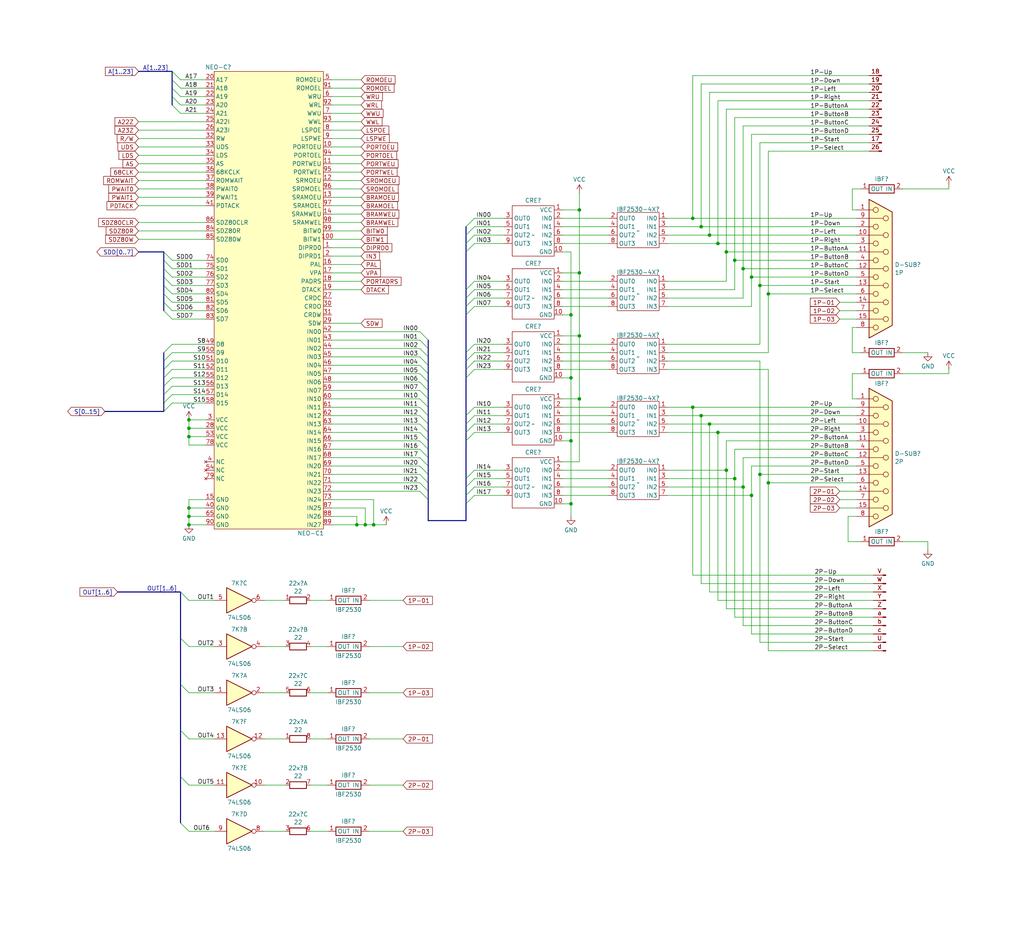
<source format=kicad_sch>
(kicad_sch (version 20230121) (generator eeschema)
  (paper "User" 309.778 280.365)
  (title_block (title "Players Inputs & Outputs (JAMMA & BD15)") (date "2023-09-26") (company "SNK") (comment 3 "Converted by Frater ") (comment 4 "NEO-GEO MVS MV1F") (comment 9 "https://github.com/Neo-Geo-Hardwares/Schematics-MV1F"))
  (junction (at 214.63 128.27))
  (junction (at 57.15 127))
  (junction (at 110.49 158.75))
  (junction (at 229.87 86.36))
  (junction (at 224.79 81.28))
  (junction (at 57.15 132.08))
  (junction (at 57.15 129.54))
  (junction (at 222.25 78.74))
  (junction (at 172.72 95.25))
  (junction (at 227.33 83.82))
  (junction (at 219.71 142.24))
  (junction (at 172.72 133.35))
  (junction (at 212.09 68.58))
  (junction (at 57.15 153.67))
  (junction (at 217.17 130.81))
  (junction (at 219.71 76.2))
  (junction (at 214.63 71.12))
  (junction (at 232.41 88.9))
  (junction (at 57.15 156.21))
  (junction (at 224.79 147.32))
  (junction (at 212.09 125.73))
  (junction (at 227.33 149.86))
  (junction (at 175.26 101.6))
  (junction (at 175.26 63.5))
  (junction (at 175.26 120.65))
  (junction (at 209.55 66.04))
  (junction (at 172.72 152.4))
  (junction (at 217.17 73.66))
  (junction (at 57.15 158.75))
  (junction (at 113.03 158.75))
  (junction (at 172.72 114.3))
  (junction (at 209.55 123.19))
  (junction (at 232.41 146.05))
  (junction (at 229.87 143.51))
  (junction (at 175.26 82.55))
  (junction (at 222.25 144.78))
  (junction (at 107.95 158.75))
  (bus_entry (at 129.54 107.95) (size -2.54 -2.54))
  (bus_entry (at 129.54 148.59) (size -2.54 -2.54))
  (bus_entry (at 140.97 76.2) (size 2.54 -2.54))
  (bus_entry (at 49.53 106.68) (size 2.54 -2.54))
  (bus_entry (at 54.61 179.07) (size 2.54 2.54))
  (bus_entry (at 140.97 68.58) (size 2.54 -2.54))
  (bus_entry (at 49.53 76.2) (size 2.54 2.54))
  (bus_entry (at 49.53 114.3) (size 2.54 -2.54))
  (bus_entry (at 140.97 87.63) (size 2.54 -2.54))
  (bus_entry (at 49.53 109.22) (size 2.54 -2.54))
  (bus_entry (at 52.07 31.75) (size 2.54 2.54))
  (bus_entry (at 49.53 88.9) (size 2.54 2.54))
  (bus_entry (at 129.54 130.81) (size -2.54 -2.54))
  (bus_entry (at 129.54 110.49) (size -2.54 -2.54))
  (bus_entry (at 140.97 73.66) (size 2.54 -2.54))
  (bus_entry (at 129.54 146.05) (size -2.54 -2.54))
  (bus_entry (at 52.07 24.13) (size 2.54 2.54))
  (bus_entry (at 52.07 26.67) (size 2.54 2.54))
  (bus_entry (at 140.97 106.68) (size 2.54 -2.54))
  (bus_entry (at 49.53 124.46) (size 2.54 -2.54))
  (bus_entry (at 140.97 130.81) (size 2.54 -2.54))
  (bus_entry (at 129.54 123.19) (size -2.54 -2.54))
  (bus_entry (at 52.07 21.59) (size 2.54 2.54))
  (bus_entry (at 129.54 133.35) (size -2.54 -2.54))
  (bus_entry (at 49.53 116.84) (size 2.54 -2.54))
  (bus_entry (at 129.54 125.73) (size -2.54 -2.54))
  (bus_entry (at 140.97 147.32) (size 2.54 -2.54))
  (bus_entry (at 52.07 29.21) (size 2.54 2.54))
  (bus_entry (at 140.97 114.3) (size 2.54 -2.54))
  (bus_entry (at 129.54 102.87) (size -2.54 -2.54))
  (bus_entry (at 129.54 151.13) (size -2.54 -2.54))
  (bus_entry (at 140.97 111.76) (size 2.54 -2.54))
  (bus_entry (at 140.97 144.78) (size 2.54 -2.54))
  (bus_entry (at 49.53 91.44) (size 2.54 2.54))
  (bus_entry (at 129.54 118.11) (size -2.54 -2.54))
  (bus_entry (at 140.97 152.4) (size 2.54 -2.54))
  (bus_entry (at 140.97 71.12) (size 2.54 -2.54))
  (bus_entry (at 54.61 248.92) (size 2.54 2.54))
  (bus_entry (at 129.54 143.51) (size -2.54 -2.54))
  (bus_entry (at 54.61 234.95) (size 2.54 2.54))
  (bus_entry (at 129.54 113.03) (size -2.54 -2.54))
  (bus_entry (at 129.54 140.97) (size -2.54 -2.54))
  (bus_entry (at 140.97 149.86) (size 2.54 -2.54))
  (bus_entry (at 129.54 135.89) (size -2.54 -2.54))
  (bus_entry (at 49.53 111.76) (size 2.54 -2.54))
  (bus_entry (at 129.54 105.41) (size -2.54 -2.54))
  (bus_entry (at 49.53 83.82) (size 2.54 2.54))
  (bus_entry (at 129.54 138.43) (size -2.54 -2.54))
  (bus_entry (at 54.61 220.98) (size 2.54 2.54))
  (bus_entry (at 129.54 115.57) (size -2.54 -2.54))
  (bus_entry (at 49.53 119.38) (size 2.54 -2.54))
  (bus_entry (at 129.54 128.27) (size -2.54 -2.54))
  (bus_entry (at 140.97 95.25) (size 2.54 -2.54))
  (bus_entry (at 49.53 86.36) (size 2.54 2.54))
  (bus_entry (at 49.53 81.28) (size 2.54 2.54))
  (bus_entry (at 140.97 128.27) (size 2.54 -2.54))
  (bus_entry (at 140.97 92.71) (size 2.54 -2.54))
  (bus_entry (at 129.54 120.65) (size -2.54 -2.54))
  (bus_entry (at 54.61 207.01) (size 2.54 2.54))
  (bus_entry (at 54.61 193.04) (size 2.54 2.54))
  (bus_entry (at 140.97 109.22) (size 2.54 -2.54))
  (bus_entry (at 140.97 125.73) (size 2.54 -2.54))
  (bus_entry (at 49.53 121.92) (size 2.54 -2.54))
  (bus_entry (at 49.53 78.74) (size 2.54 2.54))
  (bus_entry (at 49.53 93.98) (size 2.54 2.54))
  (bus_entry (at 140.97 133.35) (size 2.54 -2.54))
  (bus_entry (at 140.97 90.17) (size 2.54 -2.54))
  (bus (pts (xy 140.97 95.25) (xy 140.97 106.68)))
  (wire (pts (xy 232.41 106.68) (xy 201.93 106.68)))
  (bus (pts (xy 129.54 148.59) (xy 129.54 151.13)))
  (wire (pts (xy 212.09 125.73) (xy 212.09 176.53)))
  (wire (pts (xy 172.72 76.2) (xy 170.18 76.2)))
  (wire (pts (xy 100.33 62.23) (xy 109.22 62.23)))
  (wire (pts (xy 100.33 87.63) (xy 109.22 87.63)))
  (wire (pts (xy 100.33 100.33) (xy 127 100.33)))
  (bus (pts (xy 129.54 135.89) (xy 129.54 138.43)))
  (wire (pts (xy 93.98 209.55) (xy 99.06 209.55)))
  (bus (pts (xy 140.97 149.86) (xy 140.97 152.4)))
  (wire (pts (xy 209.55 123.19) (xy 259.08 123.19)))
  (bus (pts (xy 140.97 76.2) (xy 140.97 87.63)))
  (wire (pts (xy 260.35 113.03) (xy 257.81 113.03)))
  (wire (pts (xy 100.33 34.29) (xy 109.22 34.29)))
  (wire (pts (xy 209.55 66.04) (xy 201.93 66.04)))
  (wire (pts (xy 57.15 129.54) (xy 57.15 127)))
  (wire (pts (xy 170.18 149.86) (xy 184.15 149.86)))
  (bus (pts (xy 52.07 21.59) (xy 52.07 24.13)))
  (wire (pts (xy 57.15 209.55) (xy 64.77 209.55)))
  (wire (pts (xy 100.33 67.31) (xy 109.22 67.31)))
  (wire (pts (xy 262.89 27.94) (xy 214.63 27.94)))
  (wire (pts (xy 175.26 58.42) (xy 175.26 63.5)))
  (wire (pts (xy 52.07 109.22) (xy 62.23 109.22)))
  (wire (pts (xy 62.23 153.67) (xy 57.15 153.67)))
  (wire (pts (xy 170.18 92.71) (xy 184.15 92.71)))
  (wire (pts (xy 264.16 184.15) (xy 219.71 184.15)))
  (wire (pts (xy 256.54 163.83) (xy 260.35 163.83)))
  (wire (pts (xy 287.02 57.15) (xy 273.05 57.15)))
  (wire (pts (xy 111.76 237.49) (xy 121.92 237.49)))
  (wire (pts (xy 57.15 237.49) (xy 64.77 237.49)))
  (wire (pts (xy 175.26 139.7) (xy 170.18 139.7)))
  (bus (pts (xy 52.07 24.13) (xy 52.07 26.67)))
  (wire (pts (xy 52.07 78.74) (xy 62.23 78.74)))
  (wire (pts (xy 62.23 134.62) (xy 57.15 134.62)))
  (wire (pts (xy 175.26 63.5) (xy 175.26 82.55)))
  (wire (pts (xy 217.17 181.61) (xy 217.17 130.81)))
  (wire (pts (xy 257.81 113.03) (xy 257.81 120.65)))
  (wire (pts (xy 107.95 158.75) (xy 110.49 158.75)))
  (bus (pts (xy 140.97 71.12) (xy 140.97 73.66)))
  (wire (pts (xy 100.33 57.15) (xy 109.22 57.15)))
  (wire (pts (xy 80.01 251.46) (xy 86.36 251.46)))
  (wire (pts (xy 93.98 195.58) (xy 99.06 195.58)))
  (wire (pts (xy 100.33 69.85) (xy 109.22 69.85)))
  (bus (pts (xy 54.61 220.98) (xy 54.61 234.95)))
  (bus (pts (xy 140.97 152.4) (xy 140.97 157.48)))
  (wire (pts (xy 107.95 156.21) (xy 107.95 158.75)))
  (wire (pts (xy 222.25 78.74) (xy 222.25 87.63)))
  (wire (pts (xy 259.08 135.89) (xy 222.25 135.89)))
  (wire (pts (xy 170.18 73.66) (xy 184.15 73.66)))
  (wire (pts (xy 201.93 71.12) (xy 214.63 71.12)))
  (wire (pts (xy 57.15 251.46) (xy 64.77 251.46)))
  (wire (pts (xy 209.55 22.86) (xy 209.55 66.04)))
  (wire (pts (xy 111.76 195.58) (xy 121.92 195.58)))
  (wire (pts (xy 222.25 186.69) (xy 222.25 144.78)))
  (bus (pts (xy 129.54 140.97) (xy 129.54 143.51)))
  (wire (pts (xy 232.41 45.72) (xy 232.41 88.9)))
  (wire (pts (xy 219.71 33.02) (xy 219.71 76.2)))
  (wire (pts (xy 175.26 82.55) (xy 175.26 101.6)))
  (wire (pts (xy 170.18 109.22) (xy 184.15 109.22)))
  (wire (pts (xy 113.03 158.75) (xy 116.84 158.75)))
  (wire (pts (xy 212.09 176.53) (xy 264.16 176.53)))
  (wire (pts (xy 143.51 68.58) (xy 152.4 68.58)))
  (wire (pts (xy 201.93 125.73) (xy 212.09 125.73)))
  (wire (pts (xy 62.23 132.08) (xy 57.15 132.08)))
  (wire (pts (xy 257.81 120.65) (xy 259.08 120.65)))
  (bus (pts (xy 49.53 76.2) (xy 49.53 78.74)))
  (wire (pts (xy 80.01 223.52) (xy 86.36 223.52)))
  (wire (pts (xy 224.79 147.32) (xy 224.79 189.23)))
  (bus (pts (xy 54.61 234.95) (xy 54.61 248.92)))
  (wire (pts (xy 62.23 151.13) (xy 57.15 151.13)))
  (wire (pts (xy 172.72 95.25) (xy 172.72 76.2)))
  (wire (pts (xy 41.91 46.99) (xy 62.23 46.99)))
  (wire (pts (xy 260.35 106.68) (xy 257.81 106.68)))
  (wire (pts (xy 52.07 96.52) (xy 62.23 96.52)))
  (bus (pts (xy 140.97 114.3) (xy 140.97 125.73)))
  (wire (pts (xy 41.91 59.69) (xy 62.23 59.69)))
  (wire (pts (xy 100.33 105.41) (xy 127 105.41)))
  (wire (pts (xy 224.79 81.28) (xy 224.79 90.17)))
  (wire (pts (xy 143.51 149.86) (xy 152.4 149.86)))
  (wire (pts (xy 262.89 35.56) (xy 222.25 35.56)))
  (wire (pts (xy 111.76 181.61) (xy 121.92 181.61)))
  (wire (pts (xy 170.18 128.27) (xy 184.15 128.27)))
  (wire (pts (xy 41.91 67.31) (xy 62.23 67.31)))
  (bus (pts (xy 140.97 147.32) (xy 140.97 149.86)))
  (wire (pts (xy 52.07 88.9) (xy 62.23 88.9)))
  (wire (pts (xy 222.25 35.56) (xy 222.25 78.74)))
  (wire (pts (xy 256.54 156.21) (xy 256.54 163.83)))
  (wire (pts (xy 172.72 133.35) (xy 170.18 133.35)))
  (wire (pts (xy 175.26 82.55) (xy 170.18 82.55)))
  (wire (pts (xy 172.72 156.21) (xy 172.72 152.4)))
  (wire (pts (xy 54.61 29.21) (xy 62.23 29.21)))
  (wire (pts (xy 57.15 195.58) (xy 64.77 195.58)))
  (wire (pts (xy 257.81 57.15) (xy 257.81 63.5)))
  (bus (pts (xy 49.53 91.44) (xy 49.53 93.98)))
  (bus (pts (xy 35.56 179.07) (xy 54.61 179.07)))
  (wire (pts (xy 259.08 83.82) (xy 227.33 83.82)))
  (wire (pts (xy 262.89 43.18) (xy 229.87 43.18)))
  (wire (pts (xy 259.08 88.9) (xy 232.41 88.9)))
  (wire (pts (xy 262.89 30.48) (xy 217.17 30.48)))
  (wire (pts (xy 52.07 86.36) (xy 62.23 86.36)))
  (wire (pts (xy 52.07 91.44) (xy 62.23 91.44)))
  (wire (pts (xy 100.33 52.07) (xy 109.22 52.07)))
  (wire (pts (xy 219.71 142.24) (xy 201.93 142.24)))
  (wire (pts (xy 254 91.44) (xy 259.08 91.44)))
  (bus (pts (xy 52.07 29.21) (xy 52.07 31.75)))
  (wire (pts (xy 224.79 138.43) (xy 224.79 147.32)))
  (wire (pts (xy 41.91 57.15) (xy 62.23 57.15)))
  (wire (pts (xy 143.51 147.32) (xy 152.4 147.32)))
  (wire (pts (xy 110.49 153.67) (xy 110.49 158.75)))
  (wire (pts (xy 262.89 22.86) (xy 209.55 22.86)))
  (wire (pts (xy 222.25 87.63) (xy 201.93 87.63)))
  (bus (pts (xy 49.53 78.74) (xy 49.53 81.28)))
  (wire (pts (xy 229.87 194.31) (xy 229.87 143.51)))
  (wire (pts (xy 41.91 39.37) (xy 62.23 39.37)))
  (wire (pts (xy 222.25 144.78) (xy 201.93 144.78)))
  (wire (pts (xy 143.51 66.04) (xy 152.4 66.04)))
  (wire (pts (xy 57.15 151.13) (xy 57.15 153.67)))
  (wire (pts (xy 41.91 72.39) (xy 62.23 72.39)))
  (wire (pts (xy 54.61 24.13) (xy 62.23 24.13)))
  (bus (pts (xy 129.54 138.43) (xy 129.54 140.97)))
  (wire (pts (xy 143.51 73.66) (xy 152.4 73.66)))
  (wire (pts (xy 254 148.59) (xy 259.08 148.59)))
  (bus (pts (xy 49.53 116.84) (xy 49.53 119.38)))
  (bus (pts (xy 129.54 120.65) (xy 129.54 123.19)))
  (wire (pts (xy 232.41 111.76) (xy 201.93 111.76)))
  (bus (pts (xy 129.54 115.57) (xy 129.54 118.11)))
  (wire (pts (xy 143.51 104.14) (xy 152.4 104.14)))
  (bus (pts (xy 140.97 68.58) (xy 140.97 71.12)))
  (wire (pts (xy 259.08 143.51) (xy 229.87 143.51)))
  (wire (pts (xy 143.51 144.78) (xy 152.4 144.78)))
  (wire (pts (xy 100.33 107.95) (xy 127 107.95)))
  (wire (pts (xy 222.25 135.89) (xy 222.25 144.78)))
  (wire (pts (xy 264.16 186.69) (xy 222.25 186.69)))
  (wire (pts (xy 229.87 86.36) (xy 229.87 104.14)))
  (wire (pts (xy 99.06 223.52) (xy 93.98 223.52)))
  (wire (pts (xy 110.49 158.75) (xy 113.03 158.75)))
  (wire (pts (xy 259.08 86.36) (xy 229.87 86.36)))
  (wire (pts (xy 260.35 57.15) (xy 257.81 57.15)))
  (wire (pts (xy 143.51 111.76) (xy 152.4 111.76)))
  (wire (pts (xy 172.72 114.3) (xy 170.18 114.3)))
  (bus (pts (xy 129.54 125.73) (xy 129.54 128.27)))
  (wire (pts (xy 41.91 49.53) (xy 62.23 49.53)))
  (wire (pts (xy 93.98 181.61) (xy 99.06 181.61)))
  (wire (pts (xy 172.72 133.35) (xy 172.72 114.3)))
  (wire (pts (xy 170.18 147.32) (xy 184.15 147.32)))
  (wire (pts (xy 143.51 142.24) (xy 152.4 142.24)))
  (wire (pts (xy 57.15 127) (xy 62.23 127)))
  (wire (pts (xy 227.33 92.71) (xy 201.93 92.71)))
  (wire (pts (xy 41.91 44.45) (xy 62.23 44.45)))
  (wire (pts (xy 264.16 181.61) (xy 217.17 181.61)))
  (wire (pts (xy 227.33 83.82) (xy 227.33 92.71)))
  (wire (pts (xy 201.93 128.27) (xy 214.63 128.27)))
  (wire (pts (xy 100.33 128.27) (xy 127 128.27)))
  (wire (pts (xy 143.51 128.27) (xy 152.4 128.27)))
  (wire (pts (xy 172.72 152.4) (xy 170.18 152.4)))
  (wire (pts (xy 100.33 44.45) (xy 109.22 44.45)))
  (wire (pts (xy 259.08 138.43) (xy 224.79 138.43)))
  (wire (pts (xy 262.89 45.72) (xy 232.41 45.72)))
  (wire (pts (xy 224.79 90.17) (xy 201.93 90.17)))
  (wire (pts (xy 80.01 209.55) (xy 86.36 209.55)))
  (wire (pts (xy 229.87 43.18) (xy 229.87 86.36)))
  (bus (pts (xy 129.54 128.27) (xy 129.54 130.81)))
  (wire (pts (xy 52.07 119.38) (xy 62.23 119.38)))
  (wire (pts (xy 212.09 125.73) (xy 259.08 125.73)))
  (wire (pts (xy 52.07 83.82) (xy 62.23 83.82)))
  (bus (pts (xy 49.53 119.38) (xy 49.53 121.92)))
  (wire (pts (xy 100.33 113.03) (xy 127 113.03)))
  (wire (pts (xy 214.63 128.27) (xy 214.63 179.07)))
  (wire (pts (xy 100.33 41.91) (xy 109.22 41.91)))
  (bus (pts (xy 140.97 90.17) (xy 140.97 92.71)))
  (wire (pts (xy 229.87 104.14) (xy 201.93 104.14)))
  (wire (pts (xy 264.16 194.31) (xy 229.87 194.31)))
  (bus (pts (xy 140.97 128.27) (xy 140.97 130.81)))
  (wire (pts (xy 287.02 55.88) (xy 287.02 57.15)))
  (bus (pts (xy 41.91 21.59) (xy 52.07 21.59)))
  (wire (pts (xy 287.02 113.03) (xy 273.05 113.03)))
  (wire (pts (xy 175.26 120.65) (xy 170.18 120.65)))
  (wire (pts (xy 217.17 73.66) (xy 259.08 73.66)))
  (wire (pts (xy 254 93.98) (xy 259.08 93.98)))
  (bus (pts (xy 129.54 102.87) (xy 129.54 105.41)))
  (wire (pts (xy 217.17 30.48) (xy 217.17 73.66)))
  (bus (pts (xy 129.54 123.19) (xy 129.54 125.73)))
  (wire (pts (xy 54.61 34.29) (xy 62.23 34.29)))
  (wire (pts (xy 170.18 123.19) (xy 184.15 123.19)))
  (wire (pts (xy 80.01 195.58) (xy 86.36 195.58)))
  (wire (pts (xy 93.98 251.46) (xy 99.06 251.46)))
  (wire (pts (xy 143.51 71.12) (xy 152.4 71.12)))
  (wire (pts (xy 100.33 29.21) (xy 109.22 29.21)))
  (wire (pts (xy 201.93 123.19) (xy 209.55 123.19)))
  (bus (pts (xy 129.54 110.49) (xy 129.54 113.03)))
  (wire (pts (xy 273.05 163.83) (xy 280.67 163.83)))
  (wire (pts (xy 259.08 133.35) (xy 219.71 133.35)))
  (wire (pts (xy 100.33 138.43) (xy 127 138.43)))
  (wire (pts (xy 214.63 71.12) (xy 259.08 71.12)))
  (wire (pts (xy 175.26 101.6) (xy 170.18 101.6)))
  (wire (pts (xy 170.18 85.09) (xy 184.15 85.09)))
  (wire (pts (xy 100.33 120.65) (xy 127 120.65)))
  (wire (pts (xy 57.15 158.75) (xy 62.23 158.75)))
  (bus (pts (xy 41.91 76.2) (xy 49.53 76.2)))
  (bus (pts (xy 140.97 92.71) (xy 140.97 95.25)))
  (wire (pts (xy 212.09 25.4) (xy 212.09 68.58)))
  (bus (pts (xy 129.54 146.05) (xy 129.54 148.59)))
  (wire (pts (xy 100.33 36.83) (xy 109.22 36.83)))
  (bus (pts (xy 49.53 106.68) (xy 49.53 109.22)))
  (wire (pts (xy 143.51 92.71) (xy 152.4 92.71)))
  (wire (pts (xy 143.51 106.68) (xy 152.4 106.68)))
  (wire (pts (xy 232.41 88.9) (xy 232.41 106.68)))
  (wire (pts (xy 229.87 143.51) (xy 229.87 109.22)))
  (wire (pts (xy 170.18 71.12) (xy 184.15 71.12)))
  (bus (pts (xy 49.53 88.9) (xy 49.53 91.44)))
  (bus (pts (xy 129.54 107.95) (xy 129.54 110.49)))
  (wire (pts (xy 52.07 111.76) (xy 62.23 111.76)))
  (wire (pts (xy 52.07 121.92) (xy 62.23 121.92)))
  (wire (pts (xy 201.93 85.09) (xy 219.71 85.09)))
  (wire (pts (xy 41.91 69.85) (xy 62.23 69.85)))
  (wire (pts (xy 100.33 148.59) (xy 127 148.59)))
  (wire (pts (xy 201.93 68.58) (xy 212.09 68.58)))
  (wire (pts (xy 121.92 223.52) (xy 111.76 223.52)))
  (wire (pts (xy 100.33 54.61) (xy 109.22 54.61)))
  (wire (pts (xy 52.07 104.14) (xy 62.23 104.14)))
  (wire (pts (xy 100.33 115.57) (xy 127 115.57)))
  (wire (pts (xy 41.91 54.61) (xy 62.23 54.61)))
  (wire (pts (xy 100.33 135.89) (xy 127 135.89)))
  (wire (pts (xy 100.33 140.97) (xy 127 140.97)))
  (bus (pts (xy 54.61 179.07) (xy 54.61 193.04)))
  (wire (pts (xy 170.18 66.04) (xy 184.15 66.04)))
  (wire (pts (xy 111.76 251.46) (xy 121.92 251.46)))
  (wire (pts (xy 217.17 130.81) (xy 259.08 130.81)))
  (wire (pts (xy 175.26 101.6) (xy 175.26 120.65)))
  (wire (pts (xy 287.02 113.03) (xy 287.02 111.76)))
  (bus (pts (xy 140.97 73.66) (xy 140.97 76.2)))
  (wire (pts (xy 224.79 38.1) (xy 224.79 81.28)))
  (wire (pts (xy 100.33 49.53) (xy 109.22 49.53)))
  (wire (pts (xy 172.72 95.25) (xy 170.18 95.25)))
  (wire (pts (xy 170.18 90.17) (xy 184.15 90.17)))
  (wire (pts (xy 232.41 146.05) (xy 232.41 111.76)))
  (wire (pts (xy 201.93 130.81) (xy 217.17 130.81)))
  (wire (pts (xy 100.33 110.49) (xy 127 110.49)))
  (wire (pts (xy 143.51 123.19) (xy 152.4 123.19)))
  (wire (pts (xy 170.18 130.81) (xy 184.15 130.81)))
  (wire (pts (xy 170.18 104.14) (xy 184.15 104.14)))
  (wire (pts (xy 264.16 173.99) (xy 209.55 173.99)))
  (wire (pts (xy 262.89 40.64) (xy 227.33 40.64)))
  (wire (pts (xy 264.16 196.85) (xy 232.41 196.85)))
  (wire (pts (xy 170.18 142.24) (xy 184.15 142.24)))
  (wire (pts (xy 41.91 36.83) (xy 62.23 36.83)))
  (wire (pts (xy 227.33 191.77) (xy 227.33 149.86)))
  (wire (pts (xy 280.67 163.83) (xy 280.67 166.37)))
  (wire (pts (xy 172.72 133.35) (xy 172.72 152.4)))
  (wire (pts (xy 175.26 120.65) (xy 175.26 139.7)))
  (wire (pts (xy 57.15 134.62) (xy 57.15 132.08)))
  (wire (pts (xy 264.16 189.23) (xy 224.79 189.23)))
  (wire (pts (xy 57.15 223.52) (xy 64.77 223.52)))
  (wire (pts (xy 219.71 133.35) (xy 219.71 142.24)))
  (wire (pts (xy 170.18 68.58) (xy 184.15 68.58)))
  (wire (pts (xy 100.33 74.93) (xy 109.22 74.93)))
  (wire (pts (xy 100.33 146.05) (xy 127 146.05)))
  (bus (pts (xy 129.54 151.13) (xy 129.54 157.48)))
  (wire (pts (xy 52.07 106.68) (xy 62.23 106.68)))
  (wire (pts (xy 100.33 77.47) (xy 109.22 77.47)))
  (wire (pts (xy 100.33 133.35) (xy 127 133.35)))
  (wire (pts (xy 170.18 144.78) (xy 184.15 144.78)))
  (bus (pts (xy 140.97 125.73) (xy 140.97 128.27)))
  (bus (pts (xy 140.97 106.68) (xy 140.97 109.22)))
  (wire (pts (xy 100.33 85.09) (xy 109.22 85.09)))
  (wire (pts (xy 224.79 147.32) (xy 201.93 147.32)))
  (wire (pts (xy 232.41 196.85) (xy 232.41 146.05)))
  (bus (pts (xy 129.54 133.35) (xy 129.54 135.89)))
  (bus (pts (xy 49.53 121.92) (xy 49.53 124.46)))
  (wire (pts (xy 54.61 31.75) (xy 62.23 31.75)))
  (wire (pts (xy 100.33 72.39) (xy 109.22 72.39)))
  (wire (pts (xy 143.51 125.73) (xy 152.4 125.73)))
  (wire (pts (xy 254 96.52) (xy 259.08 96.52)))
  (wire (pts (xy 100.33 130.81) (xy 127 130.81)))
  (wire (pts (xy 264.16 179.07) (xy 214.63 179.07)))
  (wire (pts (xy 100.33 118.11) (xy 127 118.11)))
  (bus (pts (xy 54.61 207.01) (xy 54.61 220.98)))
  (wire (pts (xy 219.71 76.2) (xy 219.71 85.09)))
  (wire (pts (xy 259.08 66.04) (xy 209.55 66.04)))
  (wire (pts (xy 254 151.13) (xy 259.08 151.13)))
  (wire (pts (xy 100.33 59.69) (xy 109.22 59.69)))
  (bus (pts (xy 140.97 130.81) (xy 140.97 133.35)))
  (wire (pts (xy 170.18 87.63) (xy 184.15 87.63)))
  (wire (pts (xy 143.51 109.22) (xy 152.4 109.22)))
  (wire (pts (xy 52.07 93.98) (xy 62.23 93.98)))
  (wire (pts (xy 262.89 38.1) (xy 224.79 38.1)))
  (wire (pts (xy 172.72 114.3) (xy 172.72 95.25)))
  (wire (pts (xy 254 153.67) (xy 259.08 153.67)))
  (bus (pts (xy 49.53 86.36) (xy 49.53 88.9)))
  (wire (pts (xy 62.23 156.21) (xy 57.15 156.21)))
  (bus (pts (xy 31.75 124.46) (xy 49.53 124.46)))
  (wire (pts (xy 57.15 181.61) (xy 64.77 181.61)))
  (wire (pts (xy 100.33 158.75) (xy 107.95 158.75)))
  (wire (pts (xy 273.05 106.68) (xy 280.67 106.68)))
  (wire (pts (xy 100.33 31.75) (xy 109.22 31.75)))
  (wire (pts (xy 100.33 143.51) (xy 127 143.51)))
  (wire (pts (xy 113.03 151.13) (xy 113.03 158.75)))
  (bus (pts (xy 129.54 143.51) (xy 129.54 146.05)))
  (wire (pts (xy 80.01 237.49) (xy 86.36 237.49)))
  (wire (pts (xy 100.33 153.67) (xy 110.49 153.67)))
  (wire (pts (xy 219.71 76.2) (xy 259.08 76.2)))
  (bus (pts (xy 49.53 83.82) (xy 49.53 86.36)))
  (wire (pts (xy 100.33 46.99) (xy 109.22 46.99)))
  (bus (pts (xy 129.54 105.41) (xy 129.54 107.95)))
  (wire (pts (xy 256.54 156.21) (xy 259.08 156.21)))
  (wire (pts (xy 41.91 52.07) (xy 62.23 52.07)))
  (wire (pts (xy 100.33 24.13) (xy 109.22 24.13)))
  (wire (pts (xy 259.08 81.28) (xy 224.79 81.28)))
  (wire (pts (xy 100.33 151.13) (xy 113.03 151.13)))
  (wire (pts (xy 62.23 129.54) (xy 57.15 129.54)))
  (wire (pts (xy 100.33 102.87) (xy 127 102.87)))
  (wire (pts (xy 227.33 149.86) (xy 201.93 149.86)))
  (wire (pts (xy 100.33 125.73) (xy 127 125.73)))
  (wire (pts (xy 170.18 106.68) (xy 184.15 106.68)))
  (wire (pts (xy 52.07 81.28) (xy 62.23 81.28)))
  (wire (pts (xy 54.61 26.67) (xy 62.23 26.67)))
  (wire (pts (xy 227.33 140.97) (xy 227.33 149.86)))
  (wire (pts (xy 257.81 106.68) (xy 257.81 99.06)))
  (wire (pts (xy 257.81 63.5) (xy 259.08 63.5)))
  (wire (pts (xy 57.15 153.67) (xy 57.15 156.21)))
  (wire (pts (xy 201.93 73.66) (xy 217.17 73.66)))
  (bus (pts (xy 140.97 144.78) (xy 140.97 147.32)))
  (wire (pts (xy 52.07 114.3) (xy 62.23 114.3)))
  (wire (pts (xy 93.98 237.49) (xy 99.06 237.49)))
  (wire (pts (xy 214.63 128.27) (xy 259.08 128.27)))
  (wire (pts (xy 259.08 146.05) (xy 232.41 146.05)))
  (wire (pts (xy 143.51 85.09) (xy 152.4 85.09)))
  (bus (pts (xy 49.53 81.28) (xy 49.53 83.82)))
  (wire (pts (xy 100.33 156.21) (xy 107.95 156.21)))
  (wire (pts (xy 264.16 191.77) (xy 227.33 191.77)))
  (wire (pts (xy 100.33 80.01) (xy 109.22 80.01)))
  (wire (pts (xy 219.71 184.15) (xy 219.71 142.24)))
  (bus (pts (xy 140.97 133.35) (xy 140.97 144.78)))
  (wire (pts (xy 100.33 123.19) (xy 127 123.19)))
  (bus (pts (xy 129.54 113.03) (xy 129.54 115.57)))
  (bus (pts (xy 140.97 109.22) (xy 140.97 111.76)))
  (bus (pts (xy 49.53 114.3) (xy 49.53 116.84)))
  (wire (pts (xy 111.76 209.55) (xy 121.92 209.55)))
  (wire (pts (xy 259.08 140.97) (xy 227.33 140.97)))
  (wire (pts (xy 52.07 116.84) (xy 62.23 116.84)))
  (bus (pts (xy 140.97 111.76) (xy 140.97 114.3)))
  (bus (pts (xy 49.53 111.76) (xy 49.53 114.3)))
  (wire (pts (xy 212.09 68.58) (xy 259.08 68.58)))
  (bus (pts (xy 129.54 157.48) (xy 140.97 157.48)))
  (wire (pts (xy 175.26 63.5) (xy 170.18 63.5)))
  (wire (pts (xy 143.51 87.63) (xy 152.4 87.63)))
  (bus (pts (xy 129.54 118.11) (xy 129.54 120.65)))
  (wire (pts (xy 57.15 156.21) (xy 57.15 158.75)))
  (bus (pts (xy 54.61 193.04) (xy 54.61 207.01)))
  (wire (pts (xy 100.33 26.67) (xy 109.22 26.67)))
  (wire (pts (xy 143.51 90.17) (xy 152.4 90.17)))
  (bus (pts (xy 129.54 130.81) (xy 129.54 133.35)))
  (wire (pts (xy 41.91 62.23) (xy 62.23 62.23)))
  (bus (pts (xy 52.07 26.67) (xy 52.07 29.21)))
  (wire (pts (xy 229.87 109.22) (xy 201.93 109.22)))
  (wire (pts (xy 100.33 39.37) (xy 109.22 39.37)))
  (wire (pts (xy 41.91 41.91) (xy 62.23 41.91)))
  (wire (pts (xy 227.33 40.64) (xy 227.33 83.82)))
  (wire (pts (xy 143.51 130.81) (xy 152.4 130.81)))
  (wire (pts (xy 209.55 173.99) (xy 209.55 123.19)))
  (bus (pts (xy 140.97 87.63) (xy 140.97 90.17)))
  (wire (pts (xy 100.33 97.79) (xy 109.22 97.79)))
  (wire (pts (xy 57.15 132.08) (xy 57.15 129.54)))
  (wire (pts (xy 170.18 125.73) (xy 184.15 125.73)))
  (wire (pts (xy 262.89 33.02) (xy 219.71 33.02)))
  (wire (pts (xy 259.08 78.74) (xy 222.25 78.74)))
  (bus (pts (xy 49.53 109.22) (xy 49.53 111.76)))
  (wire (pts (xy 100.33 64.77) (xy 109.22 64.77)))
  (wire (pts (xy 262.89 25.4) (xy 212.09 25.4)))
  (wire (pts (xy 80.01 181.61) (xy 86.36 181.61)))
  (wire (pts (xy 214.63 27.94) (xy 214.63 71.12)))
  (wire (pts (xy 100.33 82.55) (xy 109.22 82.55)))
  (wire (pts (xy 170.18 111.76) (xy 184.15 111.76)))
  (wire (pts (xy 257.81 99.06) (xy 259.08 99.06)))
  (label "1P-Left" (at 245.11 71.12 0))
  (label "IN04" (at 148.59 85.09 180))
  (label "1P-Down" (at 245.11 68.58 0))
  (label "1P-ButtonB" (at 245.11 35.56 0))
  (label "A[1..23]" (at 43.18 21.59 0))
  (label "OUT[1..6]" (at 44.45 179.07 0))
  (label "A17" (at 59.69 24.13 180))
  (label "2P-Right" (at 246.38 181.61 0))
  (label "IN03" (at 148.59 73.66 180))
  (label "IN20" (at 148.59 104.14 180))
  (label "1P-Start" (at 245.11 43.18 0))
  (label "1P-Up" (at 245.11 66.04 0))
  (label "A21" (at 59.69 34.29 180))
  (label "IN21" (at 148.59 106.68 180))
  (label "IN17" (at 148.59 149.86 180))
  (label "2P-ButtonC" (at 246.38 189.23 0))
  (label "IN10" (at 148.59 123.19 180))
  (label "OUT6" (at 63.5 251.46 180))
  (label "IN06" (at 121.92 115.57 0))
  (label "2P-ButtonD" (at 246.38 191.77 0))
  (label "OUT2" (at 64.77 195.58 180))
  (label "SDD4" (at 58.42 88.9 180))
  (label "1P-Right" (at 245.11 30.48 0))
  (label "S14" (at 62.23 119.38 180))
  (label "IN07" (at 148.59 92.71 180))
  (label "S11" (at 62.23 111.76 180))
  (label "IN00" (at 148.59 66.04 180))
  (label "2P-ButtonB" (at 245.11 135.89 0))
  (label "IN15" (at 121.92 133.35 0))
  (label "OUT1" (at 64.77 181.61 180))
  (label "1P-Select" (at 245.11 88.9 0))
  (label "IN07" (at 121.92 118.11 0))
  (label "IN21" (at 121.92 143.51 0))
  (label "1P-Right" (at 245.11 73.66 0))
  (label "IN12" (at 148.59 128.27 180))
  (label "IN15" (at 148.59 144.78 180))
  (label "A18" (at 59.69 26.67 180))
  (label "SDD7" (at 58.42 96.52 180))
  (label "IN13" (at 121.92 128.27 0))
  (label "IN16" (at 121.92 135.89 0))
  (label "IN17" (at 121.92 138.43 0))
  (label "SDD1" (at 58.42 81.28 180))
  (label "S8" (at 62.23 104.14 180))
  (label "2P-ButtonA" (at 245.11 133.35 0))
  (label "IN06" (at 148.59 90.17 180))
  (label "2P-Left" (at 245.11 128.27 0))
  (label "2P-ButtonD" (at 245.11 140.97 0))
  (label "1P-ButtonB" (at 245.11 78.74 0))
  (label "IN23" (at 148.59 111.76 180))
  (label "S9" (at 62.23 106.68 180))
  (label "IN11" (at 148.59 125.73 180))
  (label "1P-Left" (at 245.11 27.94 0))
  (label "IN00" (at 121.92 100.33 0))
  (label "IN22" (at 121.92 146.05 0))
  (label "OUT3" (at 64.77 209.55 180))
  (label "1P-ButtonA" (at 245.11 33.02 0))
  (label "IN05" (at 121.92 113.03 0))
  (label "SDD3" (at 58.42 86.36 180))
  (label "2P-ButtonB" (at 246.38 186.69 0))
  (label "1P-Start" (at 245.11 86.36 0))
  (label "IN02" (at 148.59 71.12 180))
  (label "S15" (at 62.23 121.92 180))
  (label "IN20" (at 121.92 140.97 0))
  (label "SDD6" (at 58.42 93.98 180))
  (label "1P-ButtonC" (at 245.11 81.28 0))
  (label "S13" (at 62.23 116.84 180))
  (label "1P-Up" (at 245.11 22.86 0))
  (label "IN01" (at 121.92 102.87 0))
  (label "IN01" (at 148.59 68.58 180))
  (label "1P-ButtonA" (at 245.11 76.2 0))
  (label "IN12" (at 121.92 125.73 0))
  (label "2P-Down" (at 245.11 125.73 0))
  (label "SDD2" (at 58.42 83.82 180))
  (label "S10" (at 62.23 109.22 180))
  (label "2P-Left" (at 246.38 179.07 0))
  (label "2P-ButtonC" (at 245.11 138.43 0))
  (label "2P-Start" (at 245.11 143.51 0))
  (label "2P-Select" (at 245.11 146.05 0))
  (label "IN23" (at 121.92 148.59 0))
  (label "IN04" (at 121.92 110.49 0))
  (label "IN02" (at 121.92 105.41 0))
  (label "IN16" (at 148.59 147.32 180))
  (label "2P-Up" (at 246.38 173.99 0))
  (label "2P-ButtonA" (at 246.38 184.15 0))
  (label "1P-ButtonD" (at 245.11 83.82 0))
  (label "2P-Select" (at 246.38 196.85 0))
  (label "2P-Up" (at 245.11 123.19 0))
  (label "A20" (at 59.69 31.75 180))
  (label "SDD0" (at 58.42 78.74 180))
  (label "IN10" (at 121.92 120.65 0))
  (label "IN11" (at 121.92 123.19 0))
  (label "1P-ButtonC" (at 245.11 38.1 0))
  (label "IN13" (at 148.59 130.81 180))
  (label "IN05" (at 148.59 87.63 180))
  (label "SDD5" (at 58.42 91.44 180))
  (label "IN03" (at 121.92 107.95 0))
  (label "1P-Down" (at 245.11 25.4 0))
  (label "IN14" (at 148.59 142.24 180))
  (label "OUT4" (at 64.77 223.52 180))
  (label "1P-Select" (at 245.11 45.72 0))
  (label "OUT5" (at 64.77 237.49 180))
  (label "2P-Start" (at 246.38 194.31 0))
  (label "IN22" (at 148.59 109.22 180))
  (label "IN14" (at 121.92 130.81 0))
  (label "2P-Right" (at 245.11 130.81 0))
  (label "S12" (at 62.23 114.3 180))
  (label "A19" (at 59.69 29.21 180))
  (label "1P-ButtonD" (at 245.11 40.64 0))
  (label "2P-Down" (at 246.38 176.53 0))
  (global_label "ROMOEU" (shape input) (at 109.22 24.13 0) (property "Intersheetrefs" "${INTERSHEET_REFS}" (at 120.0671 24.13 0) (effects (justify left))))
  (global_label "WWL" (shape input) (at 109.22 36.83 0) (property "Intersheetrefs" "${INTERSHEET_REFS}" (at 116.1361 36.83 0) (effects (justify left))))
  (global_label "SDD[0..7]" (shape bidirectional) (at 41.91 76.2 180) (property "Intersheetrefs" "${INTERSHEET_REFS}" (at 28.621 76.2 0) (effects (justify right))))
  (global_label "VPA" (shape input) (at 109.22 82.55 0) (property "Intersheetrefs" "${INTERSHEET_REFS}" (at 115.6524 82.55 0) (effects (justify left))))
  (global_label "A23Z" (shape input) (at 41.91 39.37 180) (property "Intersheetrefs" "${INTERSHEET_REFS}" (at 34.2077 39.37 0) (effects (justify right))))
  (global_label "ROMOEL" (shape input) (at 109.22 26.67 0) (property "Intersheetrefs" "${INTERSHEET_REFS}" (at 119.7647 26.67 0) (effects (justify left))))
  (global_label "1P-03" (shape input) (at 254 96.52 180) (property "Intersheetrefs" "${INTERSHEET_REFS}" (at 244.5439 96.52 0) (effects (justify right))))
  (global_label "DIPRD0" (shape input) (at 109.22 74.93 0) (property "Intersheetrefs" "${INTERSHEET_REFS}" (at 119.0995 74.93 0) (effects (justify left))))
  (global_label "2P-01" (shape input) (at 121.92 223.52 0) (property "Intersheetrefs" "${INTERSHEET_REFS}" (at 131.3761 223.52 0) (effects (justify left))))
  (global_label "68CLK" (shape input) (at 41.91 52.07 180) (property "Intersheetrefs" "${INTERSHEET_REFS}" (at 32.9377 52.07 0) (effects (justify right))))
  (global_label "S[0..15]" (shape bidirectional) (at 31.75 124.46 180) (property "Intersheetrefs" "${INTERSHEET_REFS}" (at 19.9125 124.46 0) (effects (justify right))))
  (global_label "LDS" (shape input) (at 41.91 46.99 180) (property "Intersheetrefs" "${INTERSHEET_REFS}" (at 35.4172 46.99 0) (effects (justify right))))
  (global_label "R{slash}W" (shape input) (at 41.91 41.91 180) (property "Intersheetrefs" "${INTERSHEET_REFS}" (at 34.8729 41.91 0) (effects (justify right))))
  (global_label "DTACK" (shape input) (at 109.22 87.63 0) (property "Intersheetrefs" "${INTERSHEET_REFS}" (at 118.0714 87.63 0) (effects (justify left))))
  (global_label "2P-02" (shape input) (at 254 151.13 180) (property "Intersheetrefs" "${INTERSHEET_REFS}" (at 244.5439 151.13 0) (effects (justify right))))
  (global_label "A[1..23]" (shape input) (at 41.91 21.59 180) (property "Intersheetrefs" "${INTERSHEET_REFS}" (at 31.3047 21.59 0) (effects (justify right))))
  (global_label "BRAMWEL" (shape input) (at 109.22 67.31 0) (property "Intersheetrefs" "${INTERSHEET_REFS}" (at 120.9137 67.31 0) (effects (justify left))))
  (global_label "WRL" (shape input) (at 109.22 31.75 0) (property "Intersheetrefs" "${INTERSHEET_REFS}" (at 115.9547 31.75 0) (effects (justify left))))
  (global_label "1P-03" (shape input) (at 121.92 209.55 0) (property "Intersheetrefs" "${INTERSHEET_REFS}" (at 131.3761 209.55 0) (effects (justify left))))
  (global_label "UDS" (shape input) (at 41.91 44.45 180) (property "Intersheetrefs" "${INTERSHEET_REFS}" (at 35.1148 44.45 0) (effects (justify right))))
  (global_label "1P-02" (shape input) (at 121.92 195.58 0) (property "Intersheetrefs" "${INTERSHEET_REFS}" (at 131.3761 195.58 0) (effects (justify left))))
  (global_label "PORTWEU" (shape input) (at 109.22 49.53 0) (property "Intersheetrefs" "${INTERSHEET_REFS}" (at 120.9742 49.53 0) (effects (justify left))))
  (global_label "SROMOEL" (shape input) (at 109.22 57.15 0) (property "Intersheetrefs" "${INTERSHEET_REFS}" (at 120.9742 57.15 0) (effects (justify left))))
  (global_label "2P-03" (shape input) (at 254 153.67 180) (property "Intersheetrefs" "${INTERSHEET_REFS}" (at 244.5439 153.67 0) (effects (justify right))))
  (global_label "IN3" (shape input) (at 109.22 77.47 0) (property "Intersheetrefs" "${INTERSHEET_REFS}" (at 115.35 77.47 0) (effects (justify left))))
  (global_label "2P-03" (shape input) (at 121.92 251.46 0) (property "Intersheetrefs" "${INTERSHEET_REFS}" (at 131.3761 251.46 0) (effects (justify left))))
  (global_label "2P-02" (shape input) (at 121.92 237.49 0) (property "Intersheetrefs" "${INTERSHEET_REFS}" (at 131.3761 237.49 0) (effects (justify left))))
  (global_label "PDTACK" (shape input) (at 41.91 62.23 180) (property "Intersheetrefs" "${INTERSHEET_REFS}" (at 31.7886 62.23 0) (effects (justify right))))
  (global_label "PORTADRS" (shape input) (at 109.22 85.09 0) (property "Intersheetrefs" "${INTERSHEET_REFS}" (at 121.8814 85.09 0) (effects (justify left))))
  (global_label "BRAMOEU" (shape input) (at 109.22 59.69 0) (property "Intersheetrefs" "${INTERSHEET_REFS}" (at 121.0952 59.69 0) (effects (justify left))))
  (global_label "SDZ80R" (shape input) (at 41.91 69.85 180) (property "Intersheetrefs" "${INTERSHEET_REFS}" (at 31.5468 69.85 0) (effects (justify right))))
  (global_label "WWU" (shape input) (at 109.22 34.29 0) (property "Intersheetrefs" "${INTERSHEET_REFS}" (at 116.4385 34.29 0) (effects (justify left))))
  (global_label "LSPOE" (shape input) (at 109.22 39.37 0) (property "Intersheetrefs" "${INTERSHEET_REFS}" (at 118.1923 39.37 0) (effects (justify left))))
  (global_label "BRAMOEL" (shape input) (at 109.22 62.23 0) (property "Intersheetrefs" "${INTERSHEET_REFS}" (at 120.7928 62.23 0) (effects (justify left))))
  (global_label "2P-01" (shape input) (at 254 148.59 180) (property "Intersheetrefs" "${INTERSHEET_REFS}" (at 244.5439 148.59 0) (effects (justify right))))
  (global_label "OUT[1..6]" (shape input) (at 35.56 179.07 180) (property "Intersheetrefs" "${INTERSHEET_REFS}" (at 23.6242 179.07 0) (effects (justify right))))
  (global_label "1P-01" (shape input) (at 254 91.44 180) (property "Intersheetrefs" "${INTERSHEET_REFS}" (at 244.5439 91.44 0) (effects (justify right))))
  (global_label "A22Z" (shape input) (at 41.91 36.83 180) (property "Intersheetrefs" "${INTERSHEET_REFS}" (at 34.2077 36.83 0) (effects (justify right))))
  (global_label "PWAIT1" (shape input) (at 41.91 59.69 180) (property "Intersheetrefs" "${INTERSHEET_REFS}" (at 32.3329 59.69 0) (effects (justify right))))
  (global_label "PAL" (shape input) (at 109.22 80.01 0) (property "Intersheetrefs" "${INTERSHEET_REFS}" (at 115.5919 80.01 0) (effects (justify left))))
  (global_label "1P-02" (shape input) (at 254 93.98 180) (property "Intersheetrefs" "${INTERSHEET_REFS}" (at 244.5439 93.98 0) (effects (justify right))))
  (global_label "PORTOEL" (shape input) (at 109.22 46.99 0) (property "Intersheetrefs" "${INTERSHEET_REFS}" (at 120.5509 46.99 0) (effects (justify left))))
  (global_label "AS" (shape input) (at 41.91 49.53 180) (property "Intersheetrefs" "${INTERSHEET_REFS}" (at 36.6267 49.53 0) (effects (justify right))))
  (global_label "SDZ80W" (shape input) (at 41.91 72.39 180) (property "Intersheetrefs" "${INTERSHEET_REFS}" (at 31.3654 72.39 0) (effects (justify right))))
  (global_label "PORTWEL" (shape input) (at 109.22 52.07 0) (property "Intersheetrefs" "${INTERSHEET_REFS}" (at 120.6718 52.07 0) (effects (justify left))))
  (global_label "PORTOEU" (shape input) (at 109.22 44.45 0) (property "Intersheetrefs" "${INTERSHEET_REFS}" (at 120.8533 44.45 0) (effects (justify left))))
  (global_label "ROMWAIT" (shape input) (at 41.91 54.61 180) (property "Intersheetrefs" "${INTERSHEET_REFS}" (at 30.7605 54.61 0) (effects (justify right))))
  (global_label "WRU" (shape input) (at 109.22 29.21 0) (property "Intersheetrefs" "${INTERSHEET_REFS}" (at 116.2571 29.21 0) (effects (justify left))))
  (global_label "SDZ80CLR" (shape input) (at 41.91 67.31 180) (property "Intersheetrefs" "${INTERSHEET_REFS}" (at 29.2487 67.31 0) (effects (justify right))))
  (global_label "LSPWE" (shape input) (at 109.22 41.91 0) (property "Intersheetrefs" "${INTERSHEET_REFS}" (at 118.3132 41.91 0) (effects (justify left))))
  (global_label "BITW0" (shape input) (at 109.22 69.85 0) (property "Intersheetrefs" "${INTERSHEET_REFS}" (at 117.7085 69.85 0) (effects (justify left))))
  (global_label "PWAIT0" (shape input) (at 41.91 57.15 180) (property "Intersheetrefs" "${INTERSHEET_REFS}" (at 32.3329 57.15 0) (effects (justify right))))
  (global_label "SROMOEU" (shape input) (at 109.22 54.61 0) (property "Intersheetrefs" "${INTERSHEET_REFS}" (at 121.2766 54.61 0) (effects (justify left))))
  (global_label "SDW" (shape input) (at 109.22 97.79 0) (property "Intersheetrefs" "${INTERSHEET_REFS}" (at 116.1361 97.79 0) (effects (justify left))))
  (global_label "BITW1" (shape input) (at 109.22 72.39 0) (property "Intersheetrefs" "${INTERSHEET_REFS}" (at 117.7085 72.39 0) (effects (justify left))))
  (global_label "1P-01" (shape input) (at 121.92 181.61 0) (property "Intersheetrefs" "${INTERSHEET_REFS}" (at 131.3761 181.61 0) (effects (justify left))))
  (global_label "BRAMWEU" (shape input) (at 109.22 64.77 0) (property "Intersheetrefs" "${INTERSHEET_REFS}" (at 121.2161 64.77 0) (effects (justify left))))
  (symbol (lib_id "0-Custom-Frater_Library:IBF2530") (at 266.7 163.83 0) (unit 1)
    (property "Reference" "IBF?" (at 266.7 160.8399 0))
    (property "Value" "IBF2530" (effects hide))
    (instances (project "MVS" (path "" (reference "IBF?") (unit 1)) (path "" (reference "IBF4") (unit 1))))
  )
  (symbol (lib_id "power:GND") (at 172.72 156.21 0) (unit 1)
    (property "Reference" "#PWR?" (effects hide))
    (property "Value" "GND" (at 172.72 160.3431 0))
    (instances (project "MVS" (path "" (reference "#PWR?") (unit 1)) (path "" (reference "#PWR04") (unit 1))))
  )
  (symbol (lib_id "power:VCC") (at 175.26 58.42 0) (unit 1)
    (property "Reference" "#PWR?" (effects hide))
    (property "Value" "VCC" (at 175.26 54.2869 0))
    (instances (project "MVS" (path "" (reference "#PWR?") (unit 1)) (path "" (reference "#PWR05") (unit 1))))
  )
  (symbol (lib_id "0-Custom-SNK:JAMMA_PAD") (at 264.16 191.77 0) (unit 1)
    (property "Reference" "JAMMA47" (effects hide))
    (property "JAMMA_PIN" "c" (at 266.065 190.5 0))
  )
  (symbol (lib_id "0-Custom-SNK:JAMMA_PAD") (at 262.89 40.64 0) (unit 1)
    (property "Reference" "JAMMA38" (effects hide))
    (property "JAMMA_PIN" "25" (at 264.795 39.37 0))
  )
  (symbol (lib_id "power:VCC") (at 287.02 111.76 0) (unit 1)
    (property "Reference" "#PWR?" (effects hide))
    (property "Value" "VCC" (at 287.02 107.6269 0))
    (instances (project "MVS" (path "" (reference "#PWR?") (unit 1)) (path "" (reference "#PWR09") (unit 1))))
  )
  (symbol (lib_name "74LS06_5") (lib_id "74xx:74LS06") (at 72.39 251.46 0) (unit 4)
    (property "Reference" "7K?" (at 72.39 246.26 0))
    (property "Value" "74LS06" (at 72.39 256.66 0))
    (property "Footprint" "Package_DIP:DIP-14_W7.62mm" (effects hide))
    (property "Datasheet" "http://www.ti.com/lit/gpn/sn74LS06" (effects hide))
    (instances (project "MVS" (path "" (reference "7K?") (unit 4)) (path "" (reference "7K1") (unit 4))))
  )
  (symbol (lib_id "0-Custom-Frater_Library:IBF2530") (at 105.41 181.61 0) (unit 1)
    (property "Reference" "IBF?" (at 105.41 178.6199 0))
    (property "Value" "IBF2530" (at 105.41 184.404 0))
    (instances (project "MVS" (path "" (reference "IBF?") (unit 1)) (path "" (reference "IBF5") (unit 1))))
  )
  (symbol (lib_id "0-Custom-SNK:JAMMA_PAD") (at 262.89 30.48 0) (unit 1)
    (property "Reference" "JAMMA34" (effects hide))
    (property "JAMMA_PIN" "21" (at 264.795 29.21 0))
  )
  (symbol (lib_id "0-Custom-SNK:JAMMA_PAD") (at 262.89 25.4 0) (unit 1)
    (property "Reference" "JAMMA32" (effects hide))
    (property "JAMMA_PIN" "19" (at 264.795 24.13 0))
  )
  (symbol (lib_id "Device:R_Pack04_Split") (at 90.17 223.52 270) (unit 1)
    (property "Reference" "22x?" (at 90.17 218.3597 90))
    (property "Value" "22" (at 90.17 220.7839 90))
    (instances (project "MVS" (path "" (reference "22x?") (unit 1)) (path "" (reference "22x2") (unit 1))))
  )
  (symbol (lib_id "0-Custom-Frater_Library:IBF2530-4") (at 193.04 88.9 0) (unit 1)
    (property "Reference" "IBF2530-4X?" (at 193.04 82.3539 0))
    (property "Value" "~" (at 193.04 88.9 0))
    (instances (project "MVS" (path "" (reference "IBF2530-4X?") (unit 1)) (path "" (reference "IBF2530-4X7") (unit 1))))
  )
  (symbol (lib_id "0-Custom-Frater_Library:IBF2530") (at 105.41 195.58 0) (unit 1)
    (property "Reference" "IBF?" (at 105.41 192.5899 0))
    (property "Value" "IBF2530" (at 105.41 198.374 0))
    (instances (project "MVS" (path "" (reference "IBF?") (unit 1)) (path "" (reference "IBF6") (unit 1))))
  )
  (symbol (lib_id "0-Custom-Frater_Library:IBF2530") (at 266.7 106.68 0) (unit 1)
    (property "Reference" "IBF?" (at 266.7 103.6899 0))
    (property "Value" "IBF2530" (effects hide))
    (instances (project "MVS" (path "" (reference "IBF?") (unit 1)) (path "" (reference "IBF2") (unit 1))))
  )
  (symbol (lib_id "Device:R_Pack04_SIP_Split") (at 90.17 195.58 270) (unit 2)
    (property "Reference" "22x?" (at 90.17 190.4197 90))
    (property "Value" "22" (at 90.17 192.8439 90))
    (property "Footprint" "Resistor_THT:R_Array_SIP8" (effects hide))
    (property "Datasheet" "http://www.vishay.com/docs/31509/csc.pdf" (effects hide))
    (instances (project "MVS" (path "" (reference "22x?") (unit 2)) (path "" (reference "22x1") (unit 2))))
  )
  (symbol (lib_id "Device:R_Pack04_Split") (at 90.17 237.49 270) (unit 2)
    (property "Reference" "22x?" (at 90.17 232.3297 90))
    (property "Value" "22" (at 90.17 234.7539 90))
    (instances (project "MVS" (path "" (reference "22x?") (unit 2)) (path "" (reference "22x2") (unit 2))))
  )
  (symbol (lib_id "0-Custom-SNK:JAMMA_PAD") (at 262.89 33.02 0) (unit 1)
    (property "Reference" "JAMMA35" (effects hide))
    (property "JAMMA_PIN" "22" (at 264.795 31.75 0))
  )
  (symbol (lib_id "0-Custom-SNK:JAMMA_PAD") (at 264.16 186.69 0) (unit 1)
    (property "Reference" "JAMMA45" (effects hide))
    (property "JAMMA_PIN" "a" (at 266.065 185.42 0))
  )
  (symbol (lib_id "0-Custom-SNK:JAMMA_PAD") (at 262.89 22.86 0) (unit 1)
    (property "Reference" "JAMMA31" (effects hide))
    (property "JAMMA_PIN" "18" (at 264.795 21.59 0))
  )
  (symbol (lib_name "74LS06_1") (lib_id "74xx:74LS06") (at 72.39 195.58 0) (unit 2)
    (property "Reference" "7K?" (at 72.39 190.38 0))
    (property "Value" "74LS06" (at 72.39 200.78 0))
    (property "Footprint" "Package_DIP:DIP-14_W7.62mm" (effects hide))
    (property "Datasheet" "http://www.ti.com/lit/gpn/sn74LS06" (effects hide))
    (instances (project "MVS" (path "" (reference "7K?") (unit 2)) (path "" (reference "7K1") (unit 2))))
  )
  (symbol (lib_id "0-Custom-SNK:JAMMA_PAD") (at 264.16 184.15 0) (unit 1)
    (property "Reference" "JAMMA44" (effects hide))
    (property "JAMMA_PIN" "Z" (at 266.065 182.88 0))
  )
  (symbol (lib_id "0-Custom-SNK:JAMMA_PAD") (at 264.16 194.31 0) (unit 1)
    (property "Reference" "JAMMA48" (effects hide))
    (property "JAMMA_PIN" "U" (at 266.065 193.04 0))
  )
  (symbol (lib_id "power:VCC") (at 116.84 158.75 0) (unit 1)
    (property "Reference" "#PWR?" (effects hide))
    (property "Value" "VCC" (at 116.84 154.6169 0))
    (instances (project "MVS" (path "" (reference "#PWR?") (unit 1)) (path "" (reference "#PWR03") (unit 1))))
  )
  (symbol (lib_id "Connector:DA15_Receptacle") (at 266.7 81.28 0) (unit 1)
    (property "Reference" "D-SUB?" (at 270.637 80.0679 0) (effects (justify left)))
    (property "Value" "1P" (at 270.637 82.4921 0) (effects (justify left)))
    (property "Datasheet" " ~" (effects hide))
    (instances (project "MVS" (path "" (reference "D-SUB?") (unit 1)) (path "" (reference "D-SUB2") (unit 1))))
  )
  (symbol (lib_id "0-Custom-SNK:NEO-C1") (at 81.28 101.6 0) (unit 1)
    (property "Reference" "NEO-C?" (at 66.04 20.32 0))
    (property "Value" "NEO-C1" (at 93.98 161.29 0))
    (property "Footprint" "Package_QFP:PQFP-100_14x20mm_P0.65mm" (effects hide))
    (property "Datasheet" "https://wiki.neogeodev.org/index.php?title=NEO-C1" (effects hide))
    (instances (project "MVS" (path "" (reference "NEO-C?") (unit 1)) (path "" (reference "5L1") (unit 1))))
  )
  (symbol (lib_id "power:GND") (at 280.67 106.68 0) (unit 1)
    (property "Reference" "#PWR?" (effects hide))
    (property "Value" "GND" (at 280.67 110.8131 0))
    (instances (project "MVS" (path "" (reference "#PWR?") (unit 1)) (path "" (reference "#PWR06") (unit 1))))
  )
  (symbol (lib_id "0-Custom-Frater_Library:IBF2530-4") (at 193.04 146.05 0) (unit 1)
    (property "Reference" "IBF2530-4X?" (at 193.04 139.5039 0))
    (property "Value" "~" (at 193.04 146.05 0))
    (instances (project "MVS" (path "" (reference "IBF2530-4X?") (unit 1)) (path "" (reference "IBF2530-4X10") (unit 1))))
  )
  (symbol (lib_id "0-Custom-SNK:JAMMA_PAD") (at 264.16 196.85 0) (unit 1)
    (property "Reference" "JAMMA49" (effects hide))
    (property "JAMMA_PIN" "d" (at 266.065 195.58 0))
  )
  (symbol (lib_id "power:VCC") (at 57.15 127 0) (unit 1)
    (property "Reference" "#PWR?" (effects hide))
    (property "Value" "VCC" (at 57.15 122.8669 0))
    (instances (project "MVS" (path "" (reference "#PWR?") (unit 1)) (path "" (reference "#PWR01") (unit 1))))
  )
  (symbol (lib_id "0-Custom-Frater_Library:CRE401") (at 161.29 69.85 0) (unit 1)
    (property "Reference" "CRE?" (at 161.29 60.6369 0))
    (property "Value" "~" (at 161.29 71.12 0))
    (instances (project "MVS" (path "" (reference "CRE?") (unit 1)) (path "" (reference "CRE401") (unit 1))))
  )
  (symbol (lib_id "0-Custom-SNK:JAMMA_PAD") (at 262.89 38.1 0) (unit 1)
    (property "Reference" "JAMMA37" (effects hide))
    (property "JAMMA_PIN" "24" (at 264.795 36.83 0))
  )
  (symbol (lib_id "Device:R_Pack04_Split") (at 90.17 251.46 270) (unit 3)
    (property "Reference" "22x?" (at 90.17 246.2997 90))
    (property "Value" "22" (at 90.17 248.7239 90))
    (instances (project "MVS" (path "" (reference "22x?") (unit 3)) (path "" (reference "22x2") (unit 3))))
  )
  (symbol (lib_name "74LS06_3") (lib_id "74xx:74LS06") (at 72.39 223.52 0) (unit 6)
    (property "Reference" "7K?" (at 72.39 218.32 0))
    (property "Value" "74LS06" (at 72.39 228.72 0))
    (property "Footprint" "Package_DIP:DIP-14_W7.62mm" (effects hide))
    (property "Datasheet" "http://www.ti.com/lit/gpn/sn74LS06" (effects hide))
    (instances (project "MVS" (path "" (reference "7K?") (unit 6)) (path "" (reference "7K1") (unit 6))))
  )
  (symbol (lib_id "0-Custom-SNK:JAMMA_PAD") (at 262.89 35.56 0) (unit 1)
    (property "Reference" "JAMMA36" (effects hide))
    (property "JAMMA_PIN" "23" (at 264.795 34.29 0))
  )
  (symbol (lib_id "0-Custom-Frater_Library:IBF2530") (at 105.41 251.46 0) (unit 1)
    (property "Reference" "IBF?" (at 105.41 248.4699 0))
    (property "Value" "IBF2530" (at 105.41 254.254 0))
    (instances (project "MVS" (path "" (reference "IBF?") (unit 1)) (path "" (reference "IBF10") (unit 1))))
  )
  (symbol (lib_id "Device:R_Pack04_SIP_Split") (at 90.17 209.55 270) (unit 3)
    (property "Reference" "22x?" (at 90.17 204.3897 90))
    (property "Value" "22" (at 90.17 206.8139 90))
    (property "Footprint" "Resistor_THT:R_Array_SIP8" (effects hide))
    (property "Datasheet" "http://www.vishay.com/docs/31509/csc.pdf" (effects hide))
    (instances (project "MVS" (path "" (reference "22x?") (unit 3)) (path "" (reference "22x1") (unit 3))))
  )
  (symbol (lib_id "0-Custom-Frater_Library:IBF2530") (at 105.41 209.55 0) (unit 1)
    (property "Reference" "IBF?" (at 105.41 206.5599 0))
    (property "Value" "IBF2530" (at 105.41 212.344 0))
    (instances (project "MVS" (path "" (reference "IBF?") (unit 1)) (path "" (reference "IBF7") (unit 1))))
  )
  (symbol (lib_id "0-Custom-SNK:JAMMA_PAD") (at 262.89 27.94 0) (unit 1)
    (property "Reference" "JAMMA33" (effects hide))
    (property "JAMMA_PIN" "20" (at 264.795 26.67 0))
  )
  (symbol (lib_id "0-Custom-Frater_Library:IBF2530") (at 105.41 237.49 0) (unit 1)
    (property "Reference" "IBF?" (at 105.41 234.4999 0))
    (property "Value" "IBF2530" (at 105.41 240.284 0))
    (instances (project "MVS" (path "" (reference "IBF?") (unit 1)) (path "" (reference "IBF9") (unit 1))))
  )
  (symbol (lib_id "0-Custom-Frater_Library:CRE401") (at 161.29 107.95 0) (unit 1)
    (property "Reference" "CRE?" (at 161.29 98.7369 0))
    (property "Value" "CRE401" (effects hide))
    (instances (project "MVS" (path "" (reference "CRE?") (unit 1)) (path "" (reference "CRE401") (unit 1))))
  )
  (symbol (lib_id "0-Custom-Frater_Library:IBF2530-4") (at 193.04 107.95 0) (unit 1)
    (property "Reference" "IBF2530-4X?" (at 193.04 101.4039 0))
    (property "Value" "~" (at 193.04 107.95 0))
    (instances (project "MVS" (path "" (reference "IBF2530-4X?") (unit 1)) (path "" (reference "IBF2530-4X8") (unit 1))))
  )
  (symbol (lib_id "0-Custom-SNK:JAMMA_PAD") (at 264.16 181.61 0) (unit 1)
    (property "Reference" "JAMMA43" (effects hide))
    (property "JAMMA_PIN" "Y" (at 266.065 180.34 0))
  )
  (symbol (lib_id "power:GND") (at 280.67 166.37 0) (unit 1)
    (property "Reference" "#PWR?" (effects hide))
    (property "Value" "GND" (at 280.67 170.5031 0))
    (instances (project "MVS" (path "" (reference "#PWR?") (unit 1)) (path "" (reference "#PWR07") (unit 1))))
  )
  (symbol (lib_id "0-Custom-Frater_Library:IBF2530-4") (at 193.04 69.85 0) (unit 1)
    (property "Reference" "IBF2530-4X?" (at 193.04 63.3039 0))
    (property "Value" "~" (at 193.04 69.85 0))
    (instances (project "MVS" (path "" (reference "IBF2530-4X?") (unit 1)) (path "" (reference "IBF2530-4X6") (unit 1))))
  )
  (symbol (lib_id "0-Custom-SNK:JAMMA_PAD") (at 264.16 173.99 0) (unit 1)
    (property "Reference" "JAMMA1" (effects hide))
    (property "JAMMA_PIN" "V" (at 266.065 172.72 0))
  )
  (symbol (lib_id "power:GND") (at 57.15 158.75 0) (unit 1)
    (property "Reference" "#PWR?" (effects hide))
    (property "Value" "GND" (at 57.15 162.8831 0))
    (instances (project "MVS" (path "" (reference "#PWR?") (unit 1)) (path "" (reference "#PWR02") (unit 1))))
  )
  (symbol (lib_id "0-Custom-Frater_Library:IBF2530-4") (at 193.04 127 0) (unit 1)
    (property "Reference" "IBF2530-4X?" (at 193.04 120.4539 0))
    (property "Value" "~" (at 193.04 127 0))
    (instances (project "MVS" (path "" (reference "IBF2530-4X?") (unit 1)) (path "" (reference "IBF2530-4X9") (unit 1))))
  )
  (symbol (lib_id "Connector:DA15_Receptacle") (at 266.7 138.43 0) (unit 1)
    (property "Reference" "D-SUB?" (at 270.637 137.2179 0) (effects (justify left)))
    (property "Value" "2P" (at 270.637 139.6421 0) (effects (justify left)))
    (property "Datasheet" " ~" (effects hide))
    (instances (project "MVS" (path "" (reference "D-SUB?") (unit 1)) (path "" (reference "D-SUB3") (unit 1))))
  )
  (symbol (lib_id "0-Custom-Frater_Library:IBF2530") (at 266.7 113.03 0) (mirror x) (unit 1)
    (property "Reference" "IBF?" (at 266.7 116.0201 0))
    (property "Value" "IBF2530" (effects hide))
    (instances (project "MVS" (path "" (reference "IBF?") (unit 1)) (path "" (reference "IBF3") (unit 1))))
  )
  (symbol (lib_id "0-Custom-SNK:JAMMA_PAD") (at 262.89 45.72 0) (unit 1)
    (property "Reference" "JAMMA40" (effects hide))
    (property "JAMMA_PIN" "26" (at 264.795 44.45 0))
  )
  (symbol (lib_id "Device:R_Pack04_SIP_Split") (at 90.17 181.61 270) (unit 1)
    (property "Reference" "22x?" (at 90.17 176.4497 90))
    (property "Value" "22" (at 90.17 178.8739 90))
    (property "Footprint" "Resistor_THT:R_Array_SIP8" (effects hide))
    (property "Datasheet" "http://www.vishay.com/docs/31509/csc.pdf" (effects hide))
    (instances (project "MVS" (path "" (reference "22x?") (unit 1)) (path "" (reference "22x1") (unit 1))))
  )
  (symbol (lib_name "74LS06_2") (lib_id "74xx:74LS06") (at 72.39 181.61 0) (unit 3)
    (property "Reference" "7K?" (at 72.39 176.41 0))
    (property "Value" "74LS06" (at 72.39 186.81 0))
    (property "Footprint" "Package_DIP:DIP-14_W7.62mm" (effects hide))
    (property "Datasheet" "http://www.ti.com/lit/gpn/sn74LS06" (effects hide))
    (instances (project "MVS" (path "" (reference "7K?") (unit 3)) (path "" (reference "7K1") (unit 3))))
  )
  (symbol (lib_id "0-Custom-SNK:JAMMA_PAD") (at 262.89 43.18 0) (unit 1)
    (property "Reference" "JAMMA39" (effects hide))
    (property "JAMMA_PIN" "17" (at 264.795 41.91 0))
  )
  (symbol (lib_id "0-Custom-Frater_Library:IBF2530") (at 105.41 223.52 0) (unit 1)
    (property "Reference" "IBF?" (at 105.41 220.5299 0))
    (property "Value" "IBF2530" (at 105.41 226.314 0))
    (instances (project "MVS" (path "" (reference "IBF?") (unit 1)) (path "" (reference "IBF8") (unit 1))))
  )
  (symbol (lib_id "0-Custom-Frater_Library:CRE401") (at 161.29 88.9 0) (unit 1)
    (property "Reference" "CRE?" (at 161.29 79.6869 0))
    (property "Value" "~" (at 161.29 90.17 0))
    (instances (project "MVS" (path "" (reference "CRE?") (unit 1)) (path "" (reference "CRE401") (unit 1))))
  )
  (symbol (lib_id "0-Custom-Frater_Library:IBF2530") (at 266.7 57.15 0) (unit 1)
    (property "Reference" "IBF?" (at 266.7 54.1599 0))
    (property "Value" "IBF2530" (effects hide))
    (instances (project "MVS" (path "" (reference "IBF?") (unit 1)) (path "" (reference "IBF1") (unit 1))))
  )
  (symbol (lib_name "74LS06_4") (lib_id "74xx:74LS06") (at 72.39 209.55 0) (unit 1)
    (property "Reference" "7K?" (at 72.39 204.35 0))
    (property "Value" "74LS06" (at 72.39 214.75 0))
    (property "Footprint" "Package_DIP:DIP-14_W7.62mm" (effects hide))
    (property "Datasheet" "http://www.ti.com/lit/gpn/sn74LS06" (effects hide))
    (instances (project "MVS" (path "" (reference "7K?") (unit 1)) (path "" (reference "7K1") (unit 1))))
  )
  (symbol (lib_id "74xx:74LS06") (at 72.39 237.49 0) (unit 5)
    (property "Reference" "7K?" (at 72.39 232.29 0))
    (property "Value" "74LS06" (at 72.39 242.69 0))
    (property "Footprint" "Package_DIP:DIP-14_W7.62mm" (effects hide))
    (property "Datasheet" "http://www.ti.com/lit/gpn/sn74LS06" (effects hide))
    (instances (project "MVS" (path "" (reference "7K?") (unit 5)) (path "" (reference "7K1") (unit 5))))
  )
  (symbol (lib_id "0-Custom-Frater_Library:CRE401") (at 161.29 146.05 0) (unit 1)
    (property "Reference" "CRE?" (at 161.29 136.8369 0))
    (property "Value" "~" (at 161.29 147.32 0))
    (instances (project "MVS" (path "" (reference "CRE?") (unit 1)) (path "" (reference "CRE5") (unit 1))))
  )
  (symbol (lib_id "0-Custom-Frater_Library:CRE401") (at 161.29 127 0) (unit 1)
    (property "Reference" "CRE?" (at 161.29 117.7869 0))
    (property "Value" "~" (at 161.29 128.27 0))
    (instances (project "MVS" (path "" (reference "CRE?") (unit 1)) (path "" (reference "CRE4") (unit 1))))
  )
  (symbol (lib_id "0-Custom-SNK:JAMMA_PAD") (at 264.16 179.07 0) (unit 1)
    (property "Reference" "JAMMA42" (effects hide))
    (property "JAMMA_PIN" "X" (at 266.065 177.8 0))
  )
  (symbol (lib_id "0-Custom-SNK:JAMMA_PAD") (at 264.16 176.53 0) (unit 1)
    (property "Reference" "JAMMA41" (effects hide))
    (property "JAMMA_PIN" "W" (at 266.065 175.26 0))
  )
  (symbol (lib_id "0-Custom-SNK:JAMMA_PAD") (at 264.16 189.23 0) (unit 1)
    (property "Reference" "JAMMA46" (effects hide))
    (property "JAMMA_PIN" "b" (at 266.065 187.96 0))
  )
  (symbol (lib_id "power:VCC") (at 287.02 55.88 0) (unit 1)
    (property "Reference" "#PWR?" (effects hide))
    (property "Value" "VCC" (at 287.02 51.7469 0))
    (instances (project "MVS" (path "" (reference "#PWR?") (unit 1)) (path "" (reference "#PWR08") (unit 1))))
  )
)
</source>
